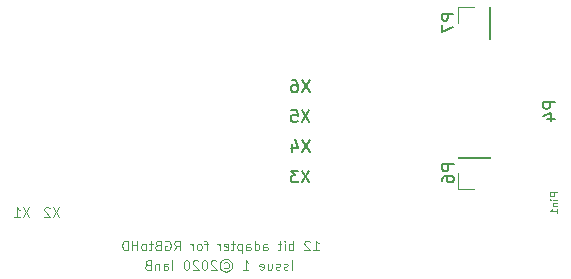
<source format=gbo>
G04 #@! TF.GenerationSoftware,KiCad,Pcbnew,(5.1.4)-1*
G04 #@! TF.CreationDate,2020-08-19T00:59:48+01:00*
G04 #@! TF.ProjectId,buffer,62756666-6572-42e6-9b69-6361645f7063,rev?*
G04 #@! TF.SameCoordinates,Original*
G04 #@! TF.FileFunction,Legend,Bot*
G04 #@! TF.FilePolarity,Positive*
%FSLAX46Y46*%
G04 Gerber Fmt 4.6, Leading zero omitted, Abs format (unit mm)*
G04 Created by KiCad (PCBNEW (5.1.4)-1) date 2020-08-19 00:59:48*
%MOMM*%
%LPD*%
G04 APERTURE LIST*
%ADD10C,0.150000*%
%ADD11C,0.120000*%
%ADD12C,0.100000*%
G04 APERTURE END LIST*
D10*
X62118323Y-45284140D02*
X61451657Y-46284140D01*
X61451657Y-45284140D02*
X62118323Y-46284140D01*
X61165942Y-45284140D02*
X60546895Y-45284140D01*
X60880228Y-45665093D01*
X60737371Y-45665093D01*
X60642133Y-45712712D01*
X60594514Y-45760331D01*
X60546895Y-45855569D01*
X60546895Y-46093664D01*
X60594514Y-46188902D01*
X60642133Y-46236521D01*
X60737371Y-46284140D01*
X61023085Y-46284140D01*
X61118323Y-46236521D01*
X61165942Y-46188902D01*
X62143723Y-42693340D02*
X61477057Y-43693340D01*
X61477057Y-42693340D02*
X62143723Y-43693340D01*
X60667533Y-43026674D02*
X60667533Y-43693340D01*
X60905628Y-42645721D02*
X61143723Y-43360007D01*
X60524676Y-43360007D01*
X62118323Y-40153340D02*
X61451657Y-41153340D01*
X61451657Y-40153340D02*
X62118323Y-41153340D01*
X60594514Y-40153340D02*
X61070704Y-40153340D01*
X61118323Y-40629531D01*
X61070704Y-40581912D01*
X60975466Y-40534293D01*
X60737371Y-40534293D01*
X60642133Y-40581912D01*
X60594514Y-40629531D01*
X60546895Y-40724769D01*
X60546895Y-40962864D01*
X60594514Y-41058102D01*
X60642133Y-41105721D01*
X60737371Y-41153340D01*
X60975466Y-41153340D01*
X61070704Y-41105721D01*
X61118323Y-41058102D01*
X62143723Y-37638740D02*
X61477057Y-38638740D01*
X61477057Y-37638740D02*
X62143723Y-38638740D01*
X60667533Y-37638740D02*
X60858009Y-37638740D01*
X60953247Y-37686360D01*
X61000866Y-37733979D01*
X61096104Y-37876836D01*
X61143723Y-38067312D01*
X61143723Y-38448264D01*
X61096104Y-38543502D01*
X61048485Y-38591121D01*
X60953247Y-38638740D01*
X60762771Y-38638740D01*
X60667533Y-38591121D01*
X60619914Y-38543502D01*
X60572295Y-38448264D01*
X60572295Y-38210169D01*
X60619914Y-38114931D01*
X60667533Y-38067312D01*
X60762771Y-38019693D01*
X60953247Y-38019693D01*
X61048485Y-38067312D01*
X61096104Y-38114931D01*
X61143723Y-38210169D01*
D11*
X40925219Y-48390864D02*
X40391885Y-49190864D01*
X40391885Y-48390864D02*
X40925219Y-49190864D01*
X40125219Y-48467055D02*
X40087123Y-48428960D01*
X40010933Y-48390864D01*
X39820457Y-48390864D01*
X39744266Y-48428960D01*
X39706171Y-48467055D01*
X39668076Y-48543245D01*
X39668076Y-48619436D01*
X39706171Y-48733721D01*
X40163314Y-49190864D01*
X39668076Y-49190864D01*
X38385219Y-48390864D02*
X37851885Y-49190864D01*
X37851885Y-48390864D02*
X38385219Y-49190864D01*
X37128076Y-49190864D02*
X37585219Y-49190864D01*
X37356647Y-49190864D02*
X37356647Y-48390864D01*
X37432838Y-48505150D01*
X37509028Y-48581340D01*
X37585219Y-48619436D01*
D12*
X83094028Y-47133617D02*
X82494028Y-47133617D01*
X82494028Y-47362188D01*
X82522600Y-47419331D01*
X82551171Y-47447902D01*
X82608314Y-47476474D01*
X82694028Y-47476474D01*
X82751171Y-47447902D01*
X82779742Y-47419331D01*
X82808314Y-47362188D01*
X82808314Y-47133617D01*
X83094028Y-47733617D02*
X82694028Y-47733617D01*
X82494028Y-47733617D02*
X82522600Y-47705045D01*
X82551171Y-47733617D01*
X82522600Y-47762188D01*
X82494028Y-47733617D01*
X82551171Y-47733617D01*
X82694028Y-48019331D02*
X83094028Y-48019331D01*
X82751171Y-48019331D02*
X82722600Y-48047902D01*
X82694028Y-48105045D01*
X82694028Y-48190760D01*
X82722600Y-48247902D01*
X82779742Y-48276474D01*
X83094028Y-48276474D01*
X83094028Y-48876474D02*
X83094028Y-48533617D01*
X83094028Y-48705045D02*
X82494028Y-48705045D01*
X82579742Y-48647902D01*
X82636885Y-48590760D01*
X82665457Y-48533617D01*
D11*
X62444466Y-52022964D02*
X62901609Y-52022964D01*
X62673038Y-52022964D02*
X62673038Y-51222964D01*
X62749228Y-51337250D01*
X62825419Y-51413440D01*
X62901609Y-51451536D01*
X62139704Y-51299155D02*
X62101609Y-51261060D01*
X62025419Y-51222964D01*
X61834942Y-51222964D01*
X61758752Y-51261060D01*
X61720657Y-51299155D01*
X61682561Y-51375345D01*
X61682561Y-51451536D01*
X61720657Y-51565821D01*
X62177800Y-52022964D01*
X61682561Y-52022964D01*
X60730180Y-52022964D02*
X60730180Y-51222964D01*
X60730180Y-51527726D02*
X60653990Y-51489631D01*
X60501609Y-51489631D01*
X60425419Y-51527726D01*
X60387323Y-51565821D01*
X60349228Y-51642012D01*
X60349228Y-51870583D01*
X60387323Y-51946774D01*
X60425419Y-51984869D01*
X60501609Y-52022964D01*
X60653990Y-52022964D01*
X60730180Y-51984869D01*
X60006371Y-52022964D02*
X60006371Y-51489631D01*
X60006371Y-51222964D02*
X60044466Y-51261060D01*
X60006371Y-51299155D01*
X59968276Y-51261060D01*
X60006371Y-51222964D01*
X60006371Y-51299155D01*
X59739704Y-51489631D02*
X59434942Y-51489631D01*
X59625419Y-51222964D02*
X59625419Y-51908679D01*
X59587323Y-51984869D01*
X59511133Y-52022964D01*
X59434942Y-52022964D01*
X58215895Y-52022964D02*
X58215895Y-51603917D01*
X58253990Y-51527726D01*
X58330180Y-51489631D01*
X58482561Y-51489631D01*
X58558752Y-51527726D01*
X58215895Y-51984869D02*
X58292085Y-52022964D01*
X58482561Y-52022964D01*
X58558752Y-51984869D01*
X58596847Y-51908679D01*
X58596847Y-51832488D01*
X58558752Y-51756298D01*
X58482561Y-51718202D01*
X58292085Y-51718202D01*
X58215895Y-51680107D01*
X57492085Y-52022964D02*
X57492085Y-51222964D01*
X57492085Y-51984869D02*
X57568276Y-52022964D01*
X57720657Y-52022964D01*
X57796847Y-51984869D01*
X57834942Y-51946774D01*
X57873038Y-51870583D01*
X57873038Y-51642012D01*
X57834942Y-51565821D01*
X57796847Y-51527726D01*
X57720657Y-51489631D01*
X57568276Y-51489631D01*
X57492085Y-51527726D01*
X56768276Y-52022964D02*
X56768276Y-51603917D01*
X56806371Y-51527726D01*
X56882561Y-51489631D01*
X57034942Y-51489631D01*
X57111133Y-51527726D01*
X56768276Y-51984869D02*
X56844466Y-52022964D01*
X57034942Y-52022964D01*
X57111133Y-51984869D01*
X57149228Y-51908679D01*
X57149228Y-51832488D01*
X57111133Y-51756298D01*
X57034942Y-51718202D01*
X56844466Y-51718202D01*
X56768276Y-51680107D01*
X56387323Y-51489631D02*
X56387323Y-52289631D01*
X56387323Y-51527726D02*
X56311133Y-51489631D01*
X56158752Y-51489631D01*
X56082561Y-51527726D01*
X56044466Y-51565821D01*
X56006371Y-51642012D01*
X56006371Y-51870583D01*
X56044466Y-51946774D01*
X56082561Y-51984869D01*
X56158752Y-52022964D01*
X56311133Y-52022964D01*
X56387323Y-51984869D01*
X55777800Y-51489631D02*
X55473038Y-51489631D01*
X55663514Y-51222964D02*
X55663514Y-51908679D01*
X55625419Y-51984869D01*
X55549228Y-52022964D01*
X55473038Y-52022964D01*
X54901609Y-51984869D02*
X54977800Y-52022964D01*
X55130180Y-52022964D01*
X55206371Y-51984869D01*
X55244466Y-51908679D01*
X55244466Y-51603917D01*
X55206371Y-51527726D01*
X55130180Y-51489631D01*
X54977800Y-51489631D01*
X54901609Y-51527726D01*
X54863514Y-51603917D01*
X54863514Y-51680107D01*
X55244466Y-51756298D01*
X54520657Y-52022964D02*
X54520657Y-51489631D01*
X54520657Y-51642012D02*
X54482561Y-51565821D01*
X54444466Y-51527726D01*
X54368276Y-51489631D01*
X54292085Y-51489631D01*
X53530180Y-51489631D02*
X53225419Y-51489631D01*
X53415895Y-52022964D02*
X53415895Y-51337250D01*
X53377800Y-51261060D01*
X53301609Y-51222964D01*
X53225419Y-51222964D01*
X52844466Y-52022964D02*
X52920657Y-51984869D01*
X52958752Y-51946774D01*
X52996847Y-51870583D01*
X52996847Y-51642012D01*
X52958752Y-51565821D01*
X52920657Y-51527726D01*
X52844466Y-51489631D01*
X52730180Y-51489631D01*
X52653990Y-51527726D01*
X52615895Y-51565821D01*
X52577800Y-51642012D01*
X52577800Y-51870583D01*
X52615895Y-51946774D01*
X52653990Y-51984869D01*
X52730180Y-52022964D01*
X52844466Y-52022964D01*
X52234942Y-52022964D02*
X52234942Y-51489631D01*
X52234942Y-51642012D02*
X52196847Y-51565821D01*
X52158752Y-51527726D01*
X52082561Y-51489631D01*
X52006371Y-51489631D01*
X50673038Y-52022964D02*
X50939704Y-51642012D01*
X51130180Y-52022964D02*
X51130180Y-51222964D01*
X50825419Y-51222964D01*
X50749228Y-51261060D01*
X50711133Y-51299155D01*
X50673038Y-51375345D01*
X50673038Y-51489631D01*
X50711133Y-51565821D01*
X50749228Y-51603917D01*
X50825419Y-51642012D01*
X51130180Y-51642012D01*
X49911133Y-51261060D02*
X49987323Y-51222964D01*
X50101609Y-51222964D01*
X50215895Y-51261060D01*
X50292085Y-51337250D01*
X50330180Y-51413440D01*
X50368276Y-51565821D01*
X50368276Y-51680107D01*
X50330180Y-51832488D01*
X50292085Y-51908679D01*
X50215895Y-51984869D01*
X50101609Y-52022964D01*
X50025419Y-52022964D01*
X49911133Y-51984869D01*
X49873038Y-51946774D01*
X49873038Y-51680107D01*
X50025419Y-51680107D01*
X49263514Y-51603917D02*
X49149228Y-51642012D01*
X49111133Y-51680107D01*
X49073038Y-51756298D01*
X49073038Y-51870583D01*
X49111133Y-51946774D01*
X49149228Y-51984869D01*
X49225419Y-52022964D01*
X49530180Y-52022964D01*
X49530180Y-51222964D01*
X49263514Y-51222964D01*
X49187323Y-51261060D01*
X49149228Y-51299155D01*
X49111133Y-51375345D01*
X49111133Y-51451536D01*
X49149228Y-51527726D01*
X49187323Y-51565821D01*
X49263514Y-51603917D01*
X49530180Y-51603917D01*
X48844466Y-51489631D02*
X48539704Y-51489631D01*
X48730180Y-51222964D02*
X48730180Y-51908679D01*
X48692085Y-51984869D01*
X48615895Y-52022964D01*
X48539704Y-52022964D01*
X48158752Y-52022964D02*
X48234942Y-51984869D01*
X48273038Y-51946774D01*
X48311133Y-51870583D01*
X48311133Y-51642012D01*
X48273038Y-51565821D01*
X48234942Y-51527726D01*
X48158752Y-51489631D01*
X48044466Y-51489631D01*
X47968276Y-51527726D01*
X47930180Y-51565821D01*
X47892085Y-51642012D01*
X47892085Y-51870583D01*
X47930180Y-51946774D01*
X47968276Y-51984869D01*
X48044466Y-52022964D01*
X48158752Y-52022964D01*
X47549228Y-52022964D02*
X47549228Y-51222964D01*
X47549228Y-51603917D02*
X47092085Y-51603917D01*
X47092085Y-52022964D02*
X47092085Y-51222964D01*
X46711133Y-52022964D02*
X46711133Y-51222964D01*
X46520657Y-51222964D01*
X46406371Y-51261060D01*
X46330180Y-51337250D01*
X46292085Y-51413440D01*
X46253990Y-51565821D01*
X46253990Y-51680107D01*
X46292085Y-51832488D01*
X46330180Y-51908679D01*
X46406371Y-51984869D01*
X46520657Y-52022964D01*
X46711133Y-52022964D01*
X60609528Y-53686664D02*
X60609528Y-52886664D01*
X60266671Y-53648569D02*
X60190480Y-53686664D01*
X60038100Y-53686664D01*
X59961909Y-53648569D01*
X59923814Y-53572379D01*
X59923814Y-53534283D01*
X59961909Y-53458093D01*
X60038100Y-53419998D01*
X60152385Y-53419998D01*
X60228576Y-53381902D01*
X60266671Y-53305712D01*
X60266671Y-53267617D01*
X60228576Y-53191426D01*
X60152385Y-53153331D01*
X60038100Y-53153331D01*
X59961909Y-53191426D01*
X59619052Y-53648569D02*
X59542861Y-53686664D01*
X59390480Y-53686664D01*
X59314290Y-53648569D01*
X59276195Y-53572379D01*
X59276195Y-53534283D01*
X59314290Y-53458093D01*
X59390480Y-53419998D01*
X59504766Y-53419998D01*
X59580957Y-53381902D01*
X59619052Y-53305712D01*
X59619052Y-53267617D01*
X59580957Y-53191426D01*
X59504766Y-53153331D01*
X59390480Y-53153331D01*
X59314290Y-53191426D01*
X58590480Y-53153331D02*
X58590480Y-53686664D01*
X58933338Y-53153331D02*
X58933338Y-53572379D01*
X58895242Y-53648569D01*
X58819052Y-53686664D01*
X58704766Y-53686664D01*
X58628576Y-53648569D01*
X58590480Y-53610474D01*
X57904766Y-53648569D02*
X57980957Y-53686664D01*
X58133338Y-53686664D01*
X58209528Y-53648569D01*
X58247623Y-53572379D01*
X58247623Y-53267617D01*
X58209528Y-53191426D01*
X58133338Y-53153331D01*
X57980957Y-53153331D01*
X57904766Y-53191426D01*
X57866671Y-53267617D01*
X57866671Y-53343807D01*
X58247623Y-53419998D01*
X56495242Y-53686664D02*
X56952385Y-53686664D01*
X56723814Y-53686664D02*
X56723814Y-52886664D01*
X56800004Y-53000950D01*
X56876195Y-53077140D01*
X56952385Y-53115236D01*
X54895242Y-53077140D02*
X54971433Y-53039045D01*
X55123814Y-53039045D01*
X55200004Y-53077140D01*
X55276195Y-53153331D01*
X55314290Y-53229521D01*
X55314290Y-53381902D01*
X55276195Y-53458093D01*
X55200004Y-53534283D01*
X55123814Y-53572379D01*
X54971433Y-53572379D01*
X54895242Y-53534283D01*
X55047623Y-52772379D02*
X55238100Y-52810474D01*
X55428576Y-52924760D01*
X55542861Y-53115236D01*
X55580957Y-53305712D01*
X55542861Y-53496188D01*
X55428576Y-53686664D01*
X55238100Y-53800950D01*
X55047623Y-53839045D01*
X54857147Y-53800950D01*
X54666671Y-53686664D01*
X54552385Y-53496188D01*
X54514290Y-53305712D01*
X54552385Y-53115236D01*
X54666671Y-52924760D01*
X54857147Y-52810474D01*
X55047623Y-52772379D01*
X54209528Y-52962855D02*
X54171433Y-52924760D01*
X54095242Y-52886664D01*
X53904766Y-52886664D01*
X53828576Y-52924760D01*
X53790480Y-52962855D01*
X53752385Y-53039045D01*
X53752385Y-53115236D01*
X53790480Y-53229521D01*
X54247623Y-53686664D01*
X53752385Y-53686664D01*
X53257147Y-52886664D02*
X53180957Y-52886664D01*
X53104766Y-52924760D01*
X53066671Y-52962855D01*
X53028576Y-53039045D01*
X52990480Y-53191426D01*
X52990480Y-53381902D01*
X53028576Y-53534283D01*
X53066671Y-53610474D01*
X53104766Y-53648569D01*
X53180957Y-53686664D01*
X53257147Y-53686664D01*
X53333338Y-53648569D01*
X53371433Y-53610474D01*
X53409528Y-53534283D01*
X53447623Y-53381902D01*
X53447623Y-53191426D01*
X53409528Y-53039045D01*
X53371433Y-52962855D01*
X53333338Y-52924760D01*
X53257147Y-52886664D01*
X52685719Y-52962855D02*
X52647623Y-52924760D01*
X52571433Y-52886664D01*
X52380957Y-52886664D01*
X52304766Y-52924760D01*
X52266671Y-52962855D01*
X52228576Y-53039045D01*
X52228576Y-53115236D01*
X52266671Y-53229521D01*
X52723814Y-53686664D01*
X52228576Y-53686664D01*
X51733338Y-52886664D02*
X51657147Y-52886664D01*
X51580957Y-52924760D01*
X51542861Y-52962855D01*
X51504766Y-53039045D01*
X51466671Y-53191426D01*
X51466671Y-53381902D01*
X51504766Y-53534283D01*
X51542861Y-53610474D01*
X51580957Y-53648569D01*
X51657147Y-53686664D01*
X51733338Y-53686664D01*
X51809528Y-53648569D01*
X51847623Y-53610474D01*
X51885719Y-53534283D01*
X51923814Y-53381902D01*
X51923814Y-53191426D01*
X51885719Y-53039045D01*
X51847623Y-52962855D01*
X51809528Y-52924760D01*
X51733338Y-52886664D01*
X50514290Y-53686664D02*
X50514290Y-52886664D01*
X49790480Y-53686664D02*
X49790480Y-53267617D01*
X49828576Y-53191426D01*
X49904766Y-53153331D01*
X50057147Y-53153331D01*
X50133338Y-53191426D01*
X49790480Y-53648569D02*
X49866671Y-53686664D01*
X50057147Y-53686664D01*
X50133338Y-53648569D01*
X50171433Y-53572379D01*
X50171433Y-53496188D01*
X50133338Y-53419998D01*
X50057147Y-53381902D01*
X49866671Y-53381902D01*
X49790480Y-53343807D01*
X49409528Y-53153331D02*
X49409528Y-53686664D01*
X49409528Y-53229521D02*
X49371433Y-53191426D01*
X49295242Y-53153331D01*
X49180957Y-53153331D01*
X49104766Y-53191426D01*
X49066671Y-53267617D01*
X49066671Y-53686664D01*
X48419052Y-53267617D02*
X48304766Y-53305712D01*
X48266671Y-53343807D01*
X48228576Y-53419998D01*
X48228576Y-53534283D01*
X48266671Y-53610474D01*
X48304766Y-53648569D01*
X48380957Y-53686664D01*
X48685719Y-53686664D01*
X48685719Y-52886664D01*
X48419052Y-52886664D01*
X48342861Y-52924760D01*
X48304766Y-52962855D01*
X48266671Y-53039045D01*
X48266671Y-53115236D01*
X48304766Y-53191426D01*
X48342861Y-53229521D01*
X48419052Y-53267617D01*
X48685719Y-53267617D01*
X74703180Y-44174100D02*
X77363180Y-44174100D01*
X74703180Y-44234100D02*
X74703180Y-44174100D01*
X77363180Y-44234100D02*
X77363180Y-44174100D01*
X74703180Y-44234100D02*
X77363180Y-44234100D01*
X74703180Y-45504100D02*
X74703180Y-46834100D01*
X74703180Y-46834100D02*
X76033180Y-46834100D01*
X77370800Y-31471560D02*
X77370800Y-34131560D01*
X77310800Y-31471560D02*
X77370800Y-31471560D01*
X77310800Y-34131560D02*
X77370800Y-34131560D01*
X77310800Y-31471560D02*
X77310800Y-34131560D01*
X76040800Y-31471560D02*
X74710800Y-31471560D01*
X74710800Y-31471560D02*
X74710800Y-32801560D01*
D10*
X74351960Y-44766004D02*
X73351960Y-44766004D01*
X73351960Y-45146957D01*
X73399580Y-45242195D01*
X73447199Y-45289814D01*
X73542437Y-45337433D01*
X73685294Y-45337433D01*
X73780532Y-45289814D01*
X73828151Y-45242195D01*
X73875770Y-45146957D01*
X73875770Y-44766004D01*
X73351960Y-46194576D02*
X73351960Y-46004100D01*
X73399580Y-45908861D01*
X73447199Y-45861242D01*
X73590056Y-45766004D01*
X73780532Y-45718385D01*
X74161484Y-45718385D01*
X74256722Y-45766004D01*
X74304341Y-45813623D01*
X74351960Y-45908861D01*
X74351960Y-46099338D01*
X74304341Y-46194576D01*
X74256722Y-46242195D01*
X74161484Y-46289814D01*
X73923389Y-46289814D01*
X73828151Y-46242195D01*
X73780532Y-46194576D01*
X73732913Y-46099338D01*
X73732913Y-45908861D01*
X73780532Y-45813623D01*
X73828151Y-45766004D01*
X73923389Y-45718385D01*
X74308780Y-32012664D02*
X73308780Y-32012664D01*
X73308780Y-32393617D01*
X73356400Y-32488855D01*
X73404019Y-32536474D01*
X73499257Y-32584093D01*
X73642114Y-32584093D01*
X73737352Y-32536474D01*
X73784971Y-32488855D01*
X73832590Y-32393617D01*
X73832590Y-32012664D01*
X73308780Y-32917426D02*
X73308780Y-33584093D01*
X74308780Y-33155521D01*
X82919380Y-39480264D02*
X81919380Y-39480264D01*
X81919380Y-39861217D01*
X81967000Y-39956455D01*
X82014619Y-40004074D01*
X82109857Y-40051693D01*
X82252714Y-40051693D01*
X82347952Y-40004074D01*
X82395571Y-39956455D01*
X82443190Y-39861217D01*
X82443190Y-39480264D01*
X82252714Y-40908836D02*
X82919380Y-40908836D01*
X81871761Y-40670740D02*
X82586047Y-40432645D01*
X82586047Y-41051693D01*
M02*

</source>
